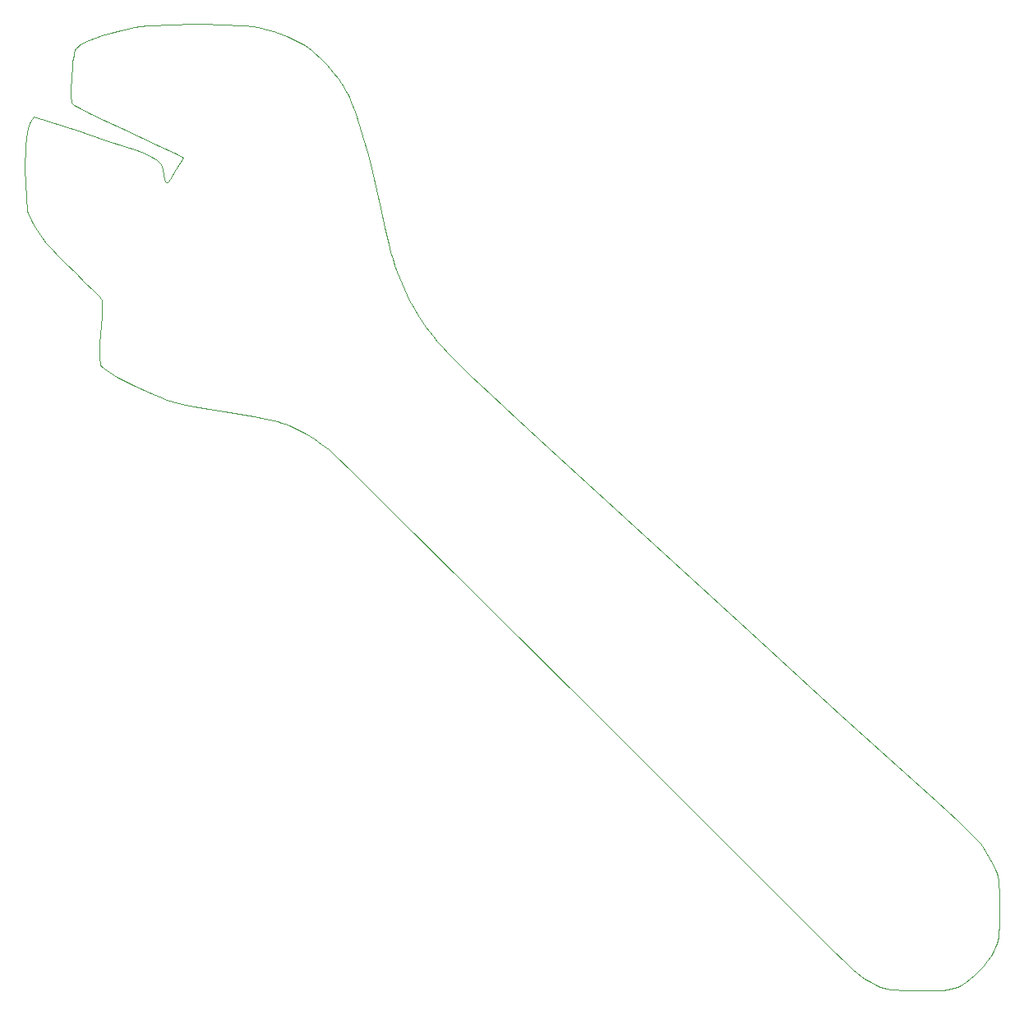
<source format=gbr>
G04 #@! TF.GenerationSoftware,KiCad,Pcbnew,5.1.2*
G04 #@! TF.CreationDate,2019-07-14T12:04:39-05:00*
G04 #@! TF.ProjectId,Wrench,5772656e-6368-42e6-9b69-6361645f7063,rev?*
G04 #@! TF.SameCoordinates,Original*
G04 #@! TF.FileFunction,Profile,NP*
%FSLAX46Y46*%
G04 Gerber Fmt 4.6, Leading zero omitted, Abs format (unit mm)*
G04 Created by KiCad (PCBNEW 5.1.2) date 2019-07-14 12:04:39*
%MOMM*%
%LPD*%
G04 APERTURE LIST*
%ADD10C,0.100000*%
G04 APERTURE END LIST*
D10*
X109479013Y-85788962D02*
X107918388Y-85542682D01*
X175182541Y-144697390D02*
X174542667Y-144396244D01*
X174542667Y-144396244D02*
X174248565Y-144237975D01*
X174248565Y-144237975D02*
X173939220Y-144044209D01*
X173939220Y-144044209D02*
X173590283Y-143792169D01*
X173590283Y-143792169D02*
X173177404Y-143459080D01*
X173177404Y-143459080D02*
X172676235Y-143022168D01*
X172676235Y-143022168D02*
X172062426Y-142458656D01*
X172062426Y-142458656D02*
X170399490Y-140860734D01*
X170399490Y-140860734D02*
X167993802Y-138483111D01*
X167993802Y-138483111D02*
X160174991Y-130659951D01*
X160174991Y-130659951D02*
X147062225Y-117546753D01*
X147062225Y-117546753D02*
X134442809Y-104967257D01*
X134442809Y-104967257D02*
X124480119Y-95074327D01*
X124480119Y-95074327D02*
X121171101Y-91808095D01*
X121171101Y-91808095D02*
X119337528Y-90020828D01*
X119337528Y-90020828D02*
X119020774Y-89731151D01*
X119020774Y-89731151D02*
X118681037Y-89443021D01*
X118681037Y-89443021D02*
X117943692Y-88877700D01*
X117943692Y-88877700D02*
X117147637Y-88337455D01*
X117147637Y-88337455D02*
X116315017Y-87834877D01*
X116315017Y-87834877D02*
X115467978Y-87382554D01*
X115467978Y-87382554D02*
X114628665Y-86993077D01*
X114628665Y-86993077D02*
X114218826Y-86825840D01*
X114218826Y-86825840D02*
X113819223Y-86679036D01*
X113819223Y-86679036D02*
X113432624Y-86554238D01*
X113432624Y-86554238D02*
X113061798Y-86453021D01*
X113061798Y-86453021D02*
X112219485Y-86274002D01*
X112219485Y-86274002D02*
X110968968Y-86042693D01*
X110968968Y-86042693D02*
X109479013Y-85788962D01*
X107918388Y-85542682D02*
X106347884Y-85288754D01*
X106347884Y-85288754D02*
X104831032Y-85014200D01*
X104831032Y-85014200D02*
X103540708Y-84752071D01*
X103540708Y-84752071D02*
X102649788Y-84535418D01*
X102649788Y-84535418D02*
X102002139Y-84323233D01*
X102002139Y-84323233D02*
X101238480Y-84031150D01*
X101238480Y-84031150D02*
X100392933Y-83675095D01*
X100392933Y-83675095D02*
X99499621Y-83270996D01*
X99499621Y-83270996D02*
X98592667Y-82834782D01*
X98592667Y-82834782D02*
X97706195Y-82382378D01*
X97706195Y-82382378D02*
X96874328Y-81929713D01*
X96874328Y-81929713D02*
X96131188Y-81492715D01*
X96131188Y-81492715D02*
X95822240Y-81298176D01*
X95822240Y-81298176D02*
X95584605Y-81133278D01*
X95584605Y-81133278D02*
X95408020Y-80982318D01*
X95408020Y-80982318D02*
X95282220Y-80829596D01*
X95282220Y-80829596D02*
X95196942Y-80659410D01*
X95196942Y-80659410D02*
X95141922Y-80456058D01*
X95141922Y-80456058D02*
X95106895Y-80203838D01*
X95106895Y-80203838D02*
X95081598Y-79887050D01*
X95081598Y-79887050D02*
X95073813Y-79320306D01*
X95073813Y-79320306D02*
X95102345Y-78516432D01*
X95102345Y-78516432D02*
X95161774Y-77582451D01*
X95161774Y-77582451D02*
X95246678Y-76625385D01*
X95246678Y-76625385D02*
X95324746Y-75714719D01*
X95324746Y-75714719D02*
X95363381Y-74925799D01*
X95363381Y-74925799D02*
X95360514Y-74338551D01*
X95360514Y-74338551D02*
X95342871Y-74145531D01*
X95342871Y-74145531D02*
X95314078Y-74032900D01*
X95314078Y-74032900D02*
X95228790Y-73915973D01*
X95228790Y-73915973D02*
X95048460Y-73709327D01*
X95048460Y-73709327D02*
X94447283Y-73072871D01*
X94447283Y-73072871D02*
X93599761Y-72215525D01*
X93599761Y-72215525D02*
X92595108Y-71229281D01*
X92595108Y-71229281D02*
X91611690Y-70268944D01*
X91611690Y-70268944D02*
X90804108Y-69458792D01*
X90804108Y-69458792D02*
X90145853Y-68767509D01*
X90145853Y-68767509D02*
X89610417Y-68163781D01*
X89610417Y-68163781D02*
X89171289Y-67616293D01*
X89171289Y-67616293D02*
X88801961Y-67093731D01*
X88801961Y-67093731D02*
X88475923Y-66564780D01*
X88475923Y-66564780D02*
X88166668Y-65998125D01*
X88166668Y-65998125D02*
X87589228Y-64887008D01*
X87589228Y-64887008D02*
X87400000Y-60522726D01*
X87400000Y-60522726D02*
X87500000Y-58100000D01*
X87500000Y-58100000D02*
X87580000Y-57360704D01*
X87580000Y-57360704D02*
X87646634Y-56771653D01*
X87646634Y-56771653D02*
X87693191Y-56346067D01*
X87693191Y-56346067D02*
X87758883Y-56042534D01*
X87758883Y-56042534D02*
X87846887Y-55819647D01*
X87846887Y-55819647D02*
X87960378Y-55635995D01*
X87960378Y-55635995D02*
X88334378Y-55113545D01*
X88334378Y-55113545D02*
X92920828Y-56612174D01*
X92920828Y-56612174D02*
X95782336Y-57547913D01*
X95782336Y-57547913D02*
X97911532Y-58260363D01*
X97911532Y-58260363D02*
X98737304Y-58551352D01*
X98737304Y-58551352D02*
X99422949Y-58808716D01*
X99422949Y-58808716D02*
X99982782Y-59039855D01*
X99982782Y-59039855D02*
X100431121Y-59252166D01*
X100431121Y-59252166D02*
X100782281Y-59453050D01*
X100782281Y-59453050D02*
X101050579Y-59649906D01*
X101050579Y-59649906D02*
X101250333Y-59850132D01*
X101250333Y-59850132D02*
X101395858Y-60061127D01*
X101395858Y-60061127D02*
X101501472Y-60290292D01*
X101501472Y-60290292D02*
X101581490Y-60545024D01*
X101581490Y-60545024D02*
X101722008Y-61160788D01*
X101722008Y-61160788D02*
X101806300Y-61527729D01*
X101806300Y-61527729D02*
X101881838Y-61782470D01*
X101881838Y-61782470D02*
X101920988Y-61865528D01*
X101920988Y-61865528D02*
X101963545Y-61917850D01*
X101963545Y-61917850D02*
X102011374Y-61938542D01*
X102011374Y-61938542D02*
X102066339Y-61926708D01*
X102066339Y-61926708D02*
X102130307Y-61881452D01*
X102130307Y-61881452D02*
X102205141Y-61801880D01*
X102205141Y-61801880D02*
X102394872Y-61536206D01*
X102394872Y-61536206D02*
X102986798Y-60553668D01*
X102986798Y-60553668D02*
X103705828Y-59331441D01*
X103705828Y-59331441D02*
X102963988Y-58966699D01*
X102963988Y-58966699D02*
X101055075Y-58073846D01*
X101055075Y-58073846D02*
X97507278Y-56439390D01*
X97507278Y-56439390D02*
X95647504Y-55571178D01*
X95647504Y-55571178D02*
X94069151Y-54805864D01*
X94069151Y-54805864D02*
X92939016Y-54226276D01*
X92939016Y-54226276D02*
X92594155Y-54032012D01*
X92594155Y-54032012D02*
X92423898Y-53915239D01*
X92423898Y-53915239D02*
X92312822Y-53791442D01*
X92312822Y-53791442D02*
X92228924Y-53650236D01*
X92228924Y-53650236D02*
X92170156Y-53467903D01*
X92170156Y-53467903D02*
X92134471Y-53220725D01*
X92134471Y-53220725D02*
X92119820Y-52884983D01*
X92119820Y-52884983D02*
X92124156Y-52436959D01*
X92124156Y-52436959D02*
X92181598Y-51109193D01*
X92181598Y-51109193D02*
X92259018Y-49928279D01*
X92259018Y-49928279D02*
X92304738Y-49467996D01*
X92304738Y-49467996D02*
X92356949Y-49083109D01*
X92356949Y-49083109D02*
X92417015Y-48765075D01*
X92417015Y-48765075D02*
X92486300Y-48505354D01*
X92486300Y-48505354D02*
X92566166Y-48295404D01*
X92566166Y-48295404D02*
X92657978Y-48126685D01*
X92657978Y-48126685D02*
X92745411Y-48008710D01*
X92745411Y-48008710D02*
X92853125Y-47893403D01*
X92853125Y-47893403D02*
X92982572Y-47780171D01*
X92982572Y-47780171D02*
X93135203Y-47668420D01*
X93135203Y-47668420D02*
X93515824Y-47446986D01*
X93515824Y-47446986D02*
X94006603Y-47224353D01*
X94006603Y-47224353D02*
X94619154Y-46995769D01*
X94619154Y-46995769D02*
X95365091Y-46756485D01*
X95365091Y-46756485D02*
X96256027Y-46501753D01*
X96256027Y-46501753D02*
X97303578Y-46226821D01*
X97303578Y-46226821D02*
X98022275Y-46050636D01*
X98022275Y-46050636D02*
X98663394Y-45915599D01*
X98663394Y-45915599D02*
X99302603Y-45816270D01*
X99302603Y-45816270D02*
X100015568Y-45747205D01*
X100015568Y-45747205D02*
X100877955Y-45702961D01*
X100877955Y-45702961D02*
X101965432Y-45678097D01*
X101965432Y-45678097D02*
X105118318Y-45600000D01*
X105118318Y-45600000D02*
X108268422Y-45677447D01*
X108268422Y-45677447D02*
X109341145Y-45701275D01*
X109341145Y-45701275D02*
X110176492Y-45743808D01*
X110176492Y-45743808D02*
X110847596Y-45810340D01*
X110847596Y-45810340D02*
X111427589Y-45906163D01*
X111427589Y-45906163D02*
X111989606Y-46036571D01*
X111989606Y-46036571D02*
X112606778Y-46206856D01*
X112606778Y-46206856D02*
X113015161Y-46332918D01*
X113015161Y-46332918D02*
X113451953Y-46483693D01*
X113451953Y-46483693D02*
X114356560Y-46836698D01*
X114356560Y-46836698D02*
X115212196Y-47220499D01*
X115212196Y-47220499D02*
X115587774Y-47409768D01*
X115587774Y-47409768D02*
X115910458Y-47589722D01*
X115910458Y-47589722D02*
X116233160Y-47793056D01*
X116233160Y-47793056D02*
X116560611Y-48021633D01*
X116560611Y-48021633D02*
X116890988Y-48273454D01*
X116890988Y-48273454D02*
X117222466Y-48546522D01*
X117222466Y-48546522D02*
X117881431Y-49148401D01*
X117881431Y-49148401D02*
X118522917Y-49811282D01*
X118522917Y-49811282D02*
X119132332Y-50519174D01*
X119132332Y-50519174D02*
X119695086Y-51256091D01*
X119695086Y-51256091D02*
X119954405Y-51630436D01*
X119954405Y-51630436D02*
X120196588Y-52006042D01*
X120196588Y-52006042D02*
X120419810Y-52380909D01*
X120419810Y-52380909D02*
X120622248Y-52753039D01*
X120622248Y-52753039D02*
X120807588Y-53135960D01*
X120807588Y-53135960D02*
X121001931Y-53584348D01*
X121001931Y-53584348D02*
X121413038Y-54661671D01*
X121413038Y-54661671D02*
X121846396Y-55953294D01*
X121846396Y-55953294D02*
X122292827Y-57427506D01*
X122292827Y-57427506D02*
X122743155Y-59052593D01*
X122743155Y-59052593D02*
X123188206Y-60796842D01*
X123188206Y-60796842D02*
X123618802Y-62628540D01*
X123618802Y-62628540D02*
X124025768Y-64515975D01*
X124025768Y-64515975D02*
X124458753Y-66535247D01*
X124458753Y-66535247D02*
X124874511Y-68278286D01*
X124874511Y-68278286D02*
X125081544Y-69062068D01*
X125081544Y-69062068D02*
X125291005Y-69795812D01*
X125291005Y-69795812D02*
X125505139Y-70485857D01*
X125505139Y-70485857D02*
X125726193Y-71138543D01*
X125726193Y-71138543D02*
X125956411Y-71760211D01*
X125956411Y-71760211D02*
X126198038Y-72357200D01*
X126198038Y-72357200D02*
X126453319Y-72935851D01*
X126453319Y-72935851D02*
X126724500Y-73502502D01*
X126724500Y-73502502D02*
X127013825Y-74063495D01*
X127013825Y-74063495D02*
X127323539Y-74625169D01*
X127323539Y-74625169D02*
X128013118Y-75775921D01*
X128013118Y-75775921D02*
X128334810Y-76275984D01*
X128334810Y-76275984D02*
X128669525Y-76766045D01*
X128669525Y-76766045D02*
X129029211Y-77258213D01*
X129029211Y-77258213D02*
X129425819Y-77764602D01*
X129425819Y-77764602D02*
X129871298Y-78297321D01*
X129871298Y-78297321D02*
X130377597Y-78868484D01*
X130377597Y-78868484D02*
X130956666Y-79490201D01*
X130956666Y-79490201D02*
X131620455Y-80174584D01*
X131620455Y-80174584D02*
X133249989Y-81779794D01*
X133249989Y-81779794D02*
X135361795Y-83781004D01*
X135361795Y-83781004D02*
X138051470Y-86275108D01*
X138051470Y-86275108D02*
X141414611Y-89358998D01*
X141414611Y-89358998D02*
X161943991Y-108130883D01*
X161943991Y-108130883D02*
X171377067Y-116728345D01*
X171377067Y-116728345D02*
X178883701Y-123520512D01*
X178883701Y-123520512D02*
X181327892Y-125740770D01*
X181327892Y-125740770D02*
X183447864Y-127715378D01*
X183447864Y-127715378D02*
X185016456Y-129229488D01*
X185016456Y-129229488D02*
X185522998Y-129746716D01*
X185522998Y-129746716D02*
X185806510Y-130068252D01*
X185806510Y-130068252D02*
X186159172Y-130571407D01*
X186159172Y-130571407D02*
X186536834Y-131171729D01*
X186536834Y-131171729D02*
X186894229Y-131793933D01*
X186894229Y-131793933D02*
X187186090Y-132362733D01*
X187186090Y-132362733D02*
X187377784Y-132777881D01*
X187377784Y-132777881D02*
X187522815Y-133135506D01*
X187522815Y-133135506D02*
X187627659Y-133484427D01*
X187627659Y-133484427D02*
X187698792Y-133873465D01*
X187698792Y-133873465D02*
X187742693Y-134351440D01*
X187742693Y-134351440D02*
X187765836Y-134967173D01*
X187765836Y-134967173D02*
X187775760Y-136807194D01*
X187775760Y-136807194D02*
X187764135Y-138638461D01*
X187764135Y-138638461D02*
X187741013Y-139249152D01*
X187741013Y-139249152D02*
X187698214Y-139718575D01*
X187698214Y-139718575D02*
X187629635Y-140093248D01*
X187629635Y-140093248D02*
X187529173Y-140419692D01*
X187529173Y-140419692D02*
X187390725Y-140744426D01*
X187390725Y-140744426D02*
X187208190Y-141113970D01*
X187208190Y-141113970D02*
X186907213Y-141648120D01*
X186907213Y-141648120D02*
X186552176Y-142175653D01*
X186552176Y-142175653D02*
X186152040Y-142687227D01*
X186152040Y-142687227D02*
X185715767Y-143173500D01*
X185715767Y-143173500D02*
X185252320Y-143625131D01*
X185252320Y-143625131D02*
X184770658Y-144032777D01*
X184770658Y-144032777D02*
X184279744Y-144387097D01*
X184279744Y-144387097D02*
X183788540Y-144678750D01*
X183788540Y-144678750D02*
X183456336Y-144845562D01*
X183456336Y-144845562D02*
X183146187Y-144973848D01*
X183146187Y-144973848D02*
X182818416Y-145068583D01*
X182818416Y-145068583D02*
X182433348Y-145134741D01*
X182433348Y-145134741D02*
X181951305Y-145177298D01*
X181951305Y-145177298D02*
X181332612Y-145201227D01*
X181332612Y-145201227D02*
X179526571Y-145213100D01*
X179526571Y-145213100D02*
X177751088Y-145196464D01*
X177751088Y-145196464D02*
X177126586Y-145170875D01*
X177126586Y-145170875D02*
X176629143Y-145128011D01*
X176629143Y-145128011D02*
X176222435Y-145063552D01*
X176222435Y-145063552D02*
X175870135Y-144973175D01*
X175870135Y-144973175D02*
X175535919Y-144852562D01*
X175535919Y-144852562D02*
X175183461Y-144697390D01*
X175183461Y-144697390D02*
X175182541Y-144697390D01*
M02*

</source>
